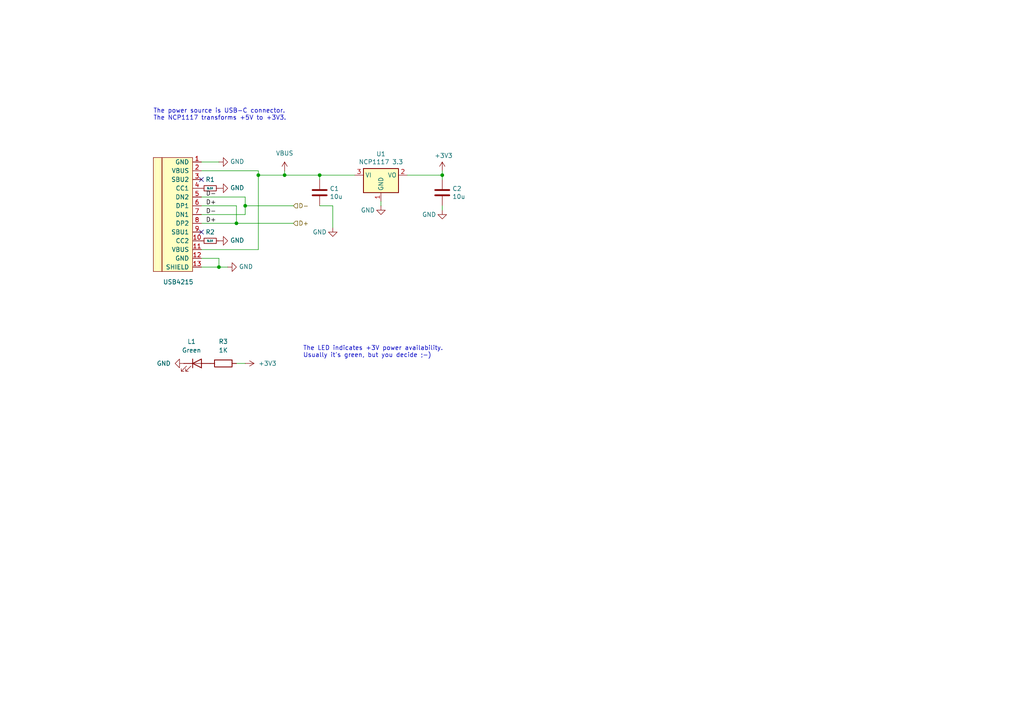
<source format=kicad_sch>
(kicad_sch (version 20250114) (generator "eeschema") (generator_version "9.0")
  (paper "A4")
  (title_block (title "FRANK M1") (date "2025-03-16") (rev "1.15") (company "Mikhail Matveev") (comment 1 "https://github.com/xtremespb/frank"))
  (lib_symbols
    (symbol "+3V3_1" (power) (pin_numbers (hide yes)) (pin_names (offset 0) (hide yes))
      (property "Value" "+3V3" (at 0 3.556 0))
      (symbol "+3V3_1_0_1"
        (polyline (pts (xy -0.762 1.27) (xy 0 2.54)))
        (polyline (pts (xy 0 2.54) (xy 0.762 1.27)))
        (polyline (pts (xy 0 0) (xy 0 2.54)))
      )
      (symbol "+3V3_1_1_1"
        (pin power_in line (at 0 0 90) (length 0) (name "~") (number "1"))
      )
    )
    (symbol "Device:C" (pin_numbers (hide yes)) (pin_names (offset 0.254))
      (property "Reference" "C" (at 0.635 2.54 0))
      (property "Value" "C" (at 0.635 -2.54 0))
      (symbol "C_0_1"
        (polyline (pts (xy -2.032 0.762) (xy 2.032 0.762)) (stroke (width 0.508)))
        (polyline (pts (xy -2.032 -0.762) (xy 2.032 -0.762)) (stroke (width 0.508)))
      )
      (symbol "C_1_1"
        (pin passive line (at 0 3.81 270) (length 2.794) (name "~") (number "1"))
        (pin passive line (at 0 -3.81 90) (length 2.794) (name "~") (number "2"))
      )
    )
    (symbol "Device:LED" (pin_numbers (hide yes)) (pin_names (offset 1.016) (hide yes))
      (property "Reference" "D" (at 0 2.54 0))
      (property "Value" "LED" (at 0 -2.54 0))
      (symbol "LED_0_1"
        (polyline (pts (xy -3.048 -0.762) (xy -4.572 -2.286) (xy -3.81 -2.286) (xy -4.572 -2.286) (xy -4.572 -1.524)))
        (polyline (pts (xy -1.778 -0.762) (xy -3.302 -2.286) (xy -2.54 -2.286) (xy -3.302 -2.286) (xy -3.302 -1.524)))
        (polyline (pts (xy -1.27 0) (xy 1.27 0)))
        (polyline (pts (xy -1.27 -1.27) (xy -1.27 1.27)) (stroke (width 0.254)))
        (polyline (pts (xy 1.27 -1.27) (xy 1.27 1.27) (xy -1.27 0) (xy 1.27 -1.27)) (stroke (width 0.254)))
      )
      (symbol "LED_1_1"
        (pin passive line (at -3.81 0 0) (length 2.54) (name "K") (number "1"))
        (pin passive line (at 3.81 0 180) (length 2.54) (name "A") (number "2"))
      )
    )
    (symbol "Device:R" (pin_numbers (hide yes)) (pin_names (offset 0))
      (property "Reference" "R" (at 2.032 0 90))
      (property "Value" "R" (at 0 0 90))
      (symbol "R_0_1"
        (rectangle (start -1.016 -2.54) (end 1.016 2.54) (stroke (width 0.254)))
      )
      (symbol "R_1_1"
        (pin passive line (at 0 3.81 270) (length 1.27) (name "~") (number "1"))
        (pin passive line (at 0 -3.81 90) (length 1.27) (name "~") (number "2"))
      )
    )
    (symbol "Device:R_Small" (pin_numbers (hide yes)) (pin_names (offset 0.254) (hide yes))
      (property "Reference" "R" (at 0.762 0.508 0))
      (property "Value" "R_Small" (at 0.762 -1.016 0))
      (symbol "R_Small_0_1"
        (rectangle (start -0.762 1.778) (end 0.762 -1.778) (stroke (width 0.2032)))
      )
      (symbol "R_Small_1_1"
        (pin passive line (at 0 2.54 270) (length 0.762) (name "~") (number "1"))
        (pin passive line (at 0 -2.54 90) (length 0.762) (name "~") (number "2"))
      )
    )
    (symbol "FRANK:USB-C" (pin_names (offset 1.016))
      (property "Value" "USB Type C" (at 0.254 -20.828 0))
      (symbol "USB-C_0_1"
        (rectangle (start -11.43 15.24) (end -8.89 -17.78) (fill (type background)))
        (rectangle (start 0 -17.78) (end -8.89 15.24) (fill (type background)))
      )
      (symbol "USB-C_1_1"
        (pin input line (at 2.54 13.97 180) (length 2.54) (name "GND") (number "1"))
        (pin input line (at 2.54 11.43 180) (length 2.54) (name "VBUS") (number "2"))
        (pin input line (at 2.54 8.89 180) (length 2.54) (name "SBU2") (number "3"))
        (pin input line (at 2.54 6.35 180) (length 2.54) (name "CC1") (number "4"))
        (pin input line (at 2.54 3.81 180) (length 2.54) (name "DN2") (number "5"))
        (pin input line (at 2.54 1.27 180) (length 2.54) (name "DP1") (number "6"))
        (pin input line (at 2.54 -1.27 180) (length 2.54) (name "DN1") (number "7"))
        (pin input line (at 2.54 -3.81 180) (length 2.54) (name "DP2") (number "8"))
        (pin input line (at 2.54 -6.35 180) (length 2.54) (name "SBU1") (number "9"))
        (pin input line (at 2.54 -8.89 180) (length 2.54) (name "CC2") (number "10"))
        (pin input line (at 2.54 -11.43 180) (length 2.54) (name "VBUS") (number "11"))
        (pin input line (at 2.54 -13.97 180) (length 2.54) (name "GND") (number "12"))
        (pin input line (at 2.54 -16.51 180) (length 2.54) (name "SHIELD") (number "13"))
      )
    )
    (symbol "GND_1" (power) (pin_numbers (hide yes)) (pin_names (offset 0) (hide yes))
      (property "Value" "GND" (at 0 -3.81 0))
      (symbol "GND_1_0_1"
        (polyline (pts (xy 0 0) (xy 0 -1.27) (xy 1.27 -1.27) (xy 0 -2.54) (xy -1.27 -1.27) (xy 0 -1.27)))
      )
      (symbol "GND_1_1_1"
        (pin power_in line (at 0 0 270) (length 0) (name "~") (number "1"))
      )
    )
    (symbol "GND_2" (power) (pin_numbers (hide yes)) (pin_names (offset 0) (hide yes))
      (property "Value" "GND" (at 0 -3.81 0))
      (symbol "GND_2_0_1"
        (polyline (pts (xy 0 0) (xy 0 -1.27) (xy 1.27 -1.27) (xy 0 -2.54) (xy -1.27 -1.27) (xy 0 -1.27)))
      )
      (symbol "GND_2_1_1"
        (pin power_in line (at 0 0 270) (length 0) (name "~") (number "1"))
      )
    )
    (symbol "GND_3" (power) (pin_numbers (hide yes)) (pin_names (offset 0) (hide yes))
      (property "Value" "GND" (at 0 -3.81 0))
      (symbol "GND_3_0_1"
        (polyline (pts (xy 0 0) (xy 0 -1.27) (xy 1.27 -1.27) (xy 0 -2.54) (xy -1.27 -1.27) (xy 0 -1.27)))
      )
      (symbol "GND_3_1_1"
        (pin power_in line (at 0 0 270) (length 0) (name "~") (number "1"))
      )
    )
    (symbol "GND_4" (power) (pin_numbers (hide yes)) (pin_names (offset 0) (hide yes))
      (property "Value" "GND" (at 0 -3.81 0))
      (symbol "GND_4_0_1"
        (polyline (pts (xy 0 0) (xy 0 -1.27) (xy 1.27 -1.27) (xy 0 -2.54) (xy -1.27 -1.27) (xy 0 -1.27)))
      )
      (symbol "GND_4_1_1"
        (pin power_in line (at 0 0 270) (length 0) (name "~") (number "1"))
      )
    )
    (symbol "GND_5" (power) (pin_numbers (hide yes)) (pin_names (offset 0) (hide yes))
      (property "Value" "GND" (at 0 -3.81 0))
      (symbol "GND_5_0_1"
        (polyline (pts (xy 0 0) (xy 0 -1.27) (xy 1.27 -1.27) (xy 0 -2.54) (xy -1.27 -1.27) (xy 0 -1.27)))
      )
      (symbol "GND_5_1_1"
        (pin power_in line (at 0 0 270) (length 0) (name "~") (number "1"))
      )
    )
    (symbol "GND_6" (power) (pin_numbers (hide yes)) (pin_names (offset 0) (hide yes))
      (property "Value" "GND" (at 0 -3.81 0))
      (symbol "GND_6_0_1"
        (polyline (pts (xy 0 0) (xy 0 -1.27) (xy 1.27 -1.27) (xy 0 -2.54) (xy -1.27 -1.27) (xy 0 -1.27)))
      )
      (symbol "GND_6_1_1"
        (pin power_in line (at 0 0 270) (length 0) (name "~") (number "1"))
      )
    )
    (symbol "GND_7" (power) (pin_numbers (hide yes)) (pin_names (offset 0) (hide yes))
      (property "Value" "GND" (at 0 -3.81 0))
      (symbol "GND_7_0_1"
        (polyline (pts (xy 0 0) (xy 0 -1.27) (xy 1.27 -1.27) (xy 0 -2.54) (xy -1.27 -1.27) (xy 0 -1.27)))
      )
      (symbol "GND_7_1_1"
        (pin power_in line (at 0 0 270) (length 0) (name "~") (number "1"))
      )
    )
    (symbol "Regulator_Linear:NCP1117-3.3_SOT223"
      (property "Reference" "U" (at -3.81 3.175 0))
      (property "Value" "NCP1117-3.3_SOT223" (at 0 3.175 0))
      (symbol "NCP1117-3.3_SOT223_0_1"
        (rectangle (start -5.08 -5.08) (end 5.08 1.905) (stroke (width 0.254)) (fill (type background)))
      )
      (symbol "NCP1117-3.3_SOT223_1_1"
        (pin power_in line (at -7.62 0 0) (length 2.54) (name "VI") (number "3"))
        (pin power_in line (at 0 -7.62 90) (length 2.54) (name "GND") (number "1"))
        (pin power_out line (at 7.62 0 180) (length 2.54) (name "VO") (number "2"))
      )
    )
    (symbol "power:+3V3" (power) (pin_numbers (hide yes)) (pin_names (offset 0) (hide yes))
      (property "Value" "+3V3" (at 0 3.556 0))
      (symbol "+3V3_0_1"
        (polyline (pts (xy -0.762 1.27) (xy 0 2.54)))
        (polyline (pts (xy 0 2.54) (xy 0.762 1.27)))
        (polyline (pts (xy 0 0) (xy 0 2.54)))
      )
      (symbol "+3V3_1_1"
        (pin power_in line (at 0 0 90) (length 0) (name "~") (number "1"))
      )
    )
    (symbol "power:GND" (power) (pin_numbers (hide yes)) (pin_names (offset 0) (hide yes))
      (property "Value" "GND" (at 0 -3.81 0))
      (symbol "GND_0_1"
        (polyline (pts (xy 0 0) (xy 0 -1.27) (xy 1.27 -1.27) (xy 0 -2.54) (xy -1.27 -1.27) (xy 0 -1.27)))
      )
      (symbol "GND_1_1"
        (pin power_in line (at 0 0 270) (length 0) (name "~") (number "1"))
      )
    )
    (symbol "power:VBUS" (power) (pin_numbers (hide yes)) (pin_names (offset 0) (hide yes))
      (property "Value" "VBUS" (at 0 3.556 0))
      (symbol "VBUS_0_1"
        (polyline (pts (xy -0.762 1.27) (xy 0 2.54)))
        (polyline (pts (xy 0 2.54) (xy 0.762 1.27)))
        (polyline (pts (xy 0 0) (xy 0 2.54)))
      )
      (symbol "VBUS_1_1"
        (pin power_in line (at 0 0 90) (length 0) (name "~") (number "1"))
      )
    )
  )
  (text "The LED indicates +3V power availability.\nUsually it's green, but you decide ;-)" (at 87.884 102.108 0) (effects (font (size 1.27 1.27)) (justify left)))
  (text "The power source is USB-C connector.\nThe NCP1117 transforms +5V to +3V3." (at 44.45 33.274 0) (effects (font (size 1.27 1.27)) (justify left)))
  (junction (at 74.93 50.8))
  (junction (at 68.58 64.77))
  (junction (at 82.55 50.8))
  (junction (at 92.71 50.8))
  (junction (at 63.5 77.47))
  (junction (at 128.27 50.8))
  (junction (at 71.12 59.69))
  (no_connect (at 58.42 67.31))
  (no_connect (at 58.42 52.07))
  (wire (pts (xy 58.42 49.53) (xy 74.93 49.53)))
  (wire (pts (xy 58.42 59.69) (xy 68.58 59.69)))
  (wire (pts (xy 82.55 50.8) (xy 92.71 50.8)))
  (wire (pts (xy 102.87 50.8) (xy 92.71 50.8)))
  (wire (pts (xy 128.27 50.8) (xy 128.27 49.53)))
  (wire (pts (xy 63.5 77.47) (xy 66.04 77.47)))
  (wire (pts (xy 82.55 49.53) (xy 82.55 50.8)))
  (wire (pts (xy 63.5 74.93) (xy 63.5 77.47)))
  (wire (pts (xy 74.93 72.39) (xy 58.42 72.39)))
  (wire (pts (xy 92.71 52.07) (xy 92.71 50.8)))
  (wire (pts (xy 128.27 52.07) (xy 128.27 50.8)))
  (wire (pts (xy 96.52 59.69) (xy 92.71 59.69)))
  (wire (pts (xy 118.11 50.8) (xy 128.27 50.8)))
  (wire (pts (xy 58.42 57.15) (xy 71.12 57.15)))
  (wire (pts (xy 58.42 62.23) (xy 71.12 62.23)))
  (wire (pts (xy 71.12 59.69) (xy 85.09 59.69)))
  (wire (pts (xy 74.93 50.8) (xy 74.93 72.39)))
  (wire (pts (xy 74.93 49.53) (xy 74.93 50.8)))
  (wire (pts (xy 71.12 59.69) (xy 71.12 62.23)))
  (wire (pts (xy 58.42 46.99) (xy 63.5 46.99)))
  (wire (pts (xy 128.27 59.69) (xy 128.27 60.96)))
  (wire (pts (xy 58.42 77.47) (xy 63.5 77.47)))
  (wire (pts (xy 58.42 64.77) (xy 68.58 64.77)))
  (wire (pts (xy 96.52 59.69) (xy 96.52 66.04)))
  (wire (pts (xy 58.42 74.93) (xy 63.5 74.93)))
  (wire (pts (xy 71.12 57.15) (xy 71.12 59.69)))
  (wire (pts (xy 68.58 105.41) (xy 71.12 105.41)))
  (wire (pts (xy 74.93 50.8) (xy 82.55 50.8)))
  (wire (pts (xy 110.49 58.42) (xy 110.49 59.69)))
  (wire (pts (xy 68.58 64.77) (xy 85.09 64.77)))
  (wire (pts (xy 68.58 59.69) (xy 68.58 64.77)))
  (label "D-" (at 59.69 62.23 0))
  (label "D+" (at 59.69 64.77 0))
  (label "D-" (at 59.69 57.15 0))
  (label "D+" (at 59.69 59.69 0))
  (hierarchical_label "D-" (shape input) (at 85.09 59.69 0))
  (hierarchical_label "D+" (shape input) (at 85.09 64.77 0))
  (symbol (lib_name "GND_3") (lib_id "power:GND") (at 96.52 66.04 0) (unit 1)
    (property "Reference" "#PWR012" (effects (hide yes)))
    (property "Value" "GND" (at 92.71 67.31 0))
    (property "Description" "Power symbol creates a global label with name \"GND\" , ground" (effects (hide yes)))
  )
  (symbol (lib_id "power:VBUS") (at 82.55 49.53 0) (unit 1)
    (property "Reference" "#PWR07" (effects (hide yes)))
    (property "Value" "VBUS" (at 82.55 44.45 0))
    (property "Description" "Power symbol creates a global label with name \"VBUS\"" (effects (hide yes)))
  )
  (symbol (lib_name "GND_5") (lib_id "power:GND") (at 63.5 69.85 90) (unit 1)
    (property "Reference" "#PWR013" (effects (hide yes)))
    (property "Value" "GND" (at 66.7512 69.723 90) (effects (justify right)))
    (property "Description" "Power symbol creates a global label with name \"GND\" , ground" (effects (hide yes)))
  )
  (symbol (lib_name "GND_2") (lib_id "power:GND") (at 53.34 105.41 270) (unit 1)
    (property "Reference" "#PWR015" (effects (hide yes)))
    (property "Value" "GND" (at 49.53 105.4099 90) (effects (justify right)))
    (property "Description" "Power symbol creates a global label with name \"GND\" , ground" (effects (hide yes)))
  )
  (symbol (lib_id "Device:LED") (at 57.15 105.41 0) (unit 1)
    (property "Reference" "L1" (at 55.5625 99.06 0))
    (property "Value" "Green" (at 55.5625 101.6 0))
    (property "Footprint" "FRANK:LED (0805)" (effects (hide yes)))
    (property "Description" "Light emitting diode" (effects (hide yes)))
    (property "AliExpress" "https://www.aliexpress.com/item/1005005975741298.html" (effects (hide yes)))
    (property "Sim.Pins" "1=K 2=A" (effects (hide yes)))
  )
  (symbol (lib_id "Regulator_Linear:NCP1117-3.3_SOT223") (at 110.49 50.8 0) (unit 1)
    (property "Reference" "U1" (at 110.49 44.6532 0))
    (property "Value" "NCP1117 3.3" (at 110.49 46.9646 0))
    (property "Footprint" "FRANK:SOT-223" (effects (hide yes)))
    (property "Datasheet" "http://www.onsemi.com/pub_link/Collateral/NCP1117-D.PDF" (effects (hide yes)))
    (property "AliExpress" "https://www.aliexpress.com/item/1005005802338707.html" (effects (hide yes)))
  )
  (symbol (lib_id "Device:C") (at 128.27 55.88 0) (unit 1)
    (property "Reference" "C2" (at 131.191 54.7116 0) (effects (justify left)))
    (property "Value" "10u" (at 131.191 57.023 0) (effects (justify left)))
    (property "Footprint" "FRANK:Capacitor (0805)" (effects (hide yes)))
    (property "Datasheet" "https://eu.mouser.com/datasheet/2/40/KGM_X7R-3223212.pdf" (effects (hide yes)))
    (property "AliExpress" "https://www.aliexpress.com/item/33008008276.html" (effects (hide yes)))
  )
  (symbol (lib_id "FRANK:USB-C") (at 55.88 60.96 0) (unit 1)
    (property "Reference" "USB1" (effects (hide yes)))
    (property "Value" "USB4215" (at 56.134 81.788 0) (effects (justify right)))
    (property "Footprint" "FRANK:USB Type C" (effects (hide yes)))
    (property "Datasheet" "https://eu.mouser.com/datasheet/2/837/usb4215-3472997.pdf" (effects (hide yes)))
    (property "LCSC" "C165948" (effects (hide yes)))
    (property "AliExpress" "https://www.aliexpress.com/item/1005005500797563.html" (effects (hide yes)))
  )
  (symbol (lib_id "Device:C") (at 92.71 55.88 0) (unit 1)
    (property "Reference" "C1" (at 95.631 54.7116 0) (effects (justify left)))
    (property "Value" "10u" (at 95.631 57.023 0) (effects (justify left)))
    (property "Footprint" "FRANK:Capacitor (0805)" (effects (hide yes)))
    (property "Datasheet" "https://eu.mouser.com/datasheet/2/40/KGM_X7R-3223212.pdf" (effects (hide yes)))
    (property "AliExpress" "https://www.aliexpress.com/item/33008008276.html" (effects (hide yes)))
  )
  (symbol (lib_id "Device:R") (at 64.77 105.41 90) (unit 1)
    (property "Reference" "R3" (at 64.77 99.06 90))
    (property "Value" "1K" (at 64.77 101.6 90))
    (property "Footprint" "FRANK:Resistor (0805)" (effects (hide yes)))
    (property "Datasheet" "https://www.vishay.com/docs/28952/mcs0402at-mct0603at-mcu0805at-mca1206at.pdf" (effects (hide yes)))
    (property "Description" "Resistor" (effects (hide yes)))
    (property "AliExpress" "https://www.aliexpress.com/item/1005005945735199.html" (effects (hide yes)))
  )
  (symbol (lib_id "Device:R_Small") (at 60.96 69.85 270) (unit 1)
    (property "Reference" "R2" (at 60.96 67.31 90))
    (property "Value" "5.1K" (at 60.96 69.85 90) (effects (font (size 0.508 0.508))))
    (property "Footprint" "FRANK:Resistor (0805)" (effects (hide yes)))
    (property "Datasheet" "https://www.vishay.com/docs/28952/mcs0402at-mct0603at-mcu0805at-mca1206at.pdf" (effects (hide yes)))
    (property "LCSC" " " (effects (hide yes)))
    (property "AliExpress" "https://www.aliexpress.com/item/1005005945735199.html" (effects (hide yes)))
  )
  (symbol (lib_name "GND_6") (lib_id "power:GND") (at 63.5 54.61 90) (unit 1)
    (property "Reference" "#PWR09" (effects (hide yes)))
    (property "Value" "GND" (at 66.7512 54.483 90) (effects (justify right)))
    (property "Description" "Power symbol creates a global label with name \"GND\" , ground" (effects (hide yes)))
  )
  (symbol (lib_name "GND_1") (lib_id "power:GND") (at 128.27 60.96 0) (unit 1)
    (property "Reference" "#PWR011" (effects (hide yes)))
    (property "Value" "GND" (at 124.46 62.23 0))
    (property "Description" "Power symbol creates a global label with name \"GND\" , ground" (effects (hide yes)))
  )
  (symbol (lib_id "power:+3V3") (at 128.27 49.53 0) (unit 1)
    (property "Reference" "#PWR08" (effects (hide yes)))
    (property "Value" "+3V3" (at 128.651 45.1358 0))
    (property "Description" "Power symbol creates a global label with name \"+3V3\"" (effects (hide yes)))
  )
  (symbol (lib_id "Device:R_Small") (at 60.96 54.61 270) (unit 1)
    (property "Reference" "R1" (at 60.96 52.07 90))
    (property "Value" "5.1K" (at 60.96 54.61 90) (effects (font (size 0.508 0.508))))
    (property "Footprint" "FRANK:Resistor (0805)" (effects (hide yes)))
    (property "Datasheet" "https://www.vishay.com/docs/28952/mcs0402at-mct0603at-mcu0805at-mca1206at.pdf" (effects (hide yes)))
    (property "LCSC" " " (effects (hide yes)))
    (property "AliExpress" "https://www.aliexpress.com/item/1005005945735199.html" (effects (hide yes)))
  )
  (symbol (lib_id "power:GND") (at 63.5 46.99 90) (unit 1)
    (property "Reference" "#PWR06" (effects (hide yes)))
    (property "Value" "GND" (at 66.7512 46.863 90) (effects (justify right)))
    (property "Description" "Power symbol creates a global label with name \"GND\" , ground" (effects (hide yes)))
  )
  (symbol (lib_name "GND_7") (lib_id "power:GND") (at 66.04 77.47 90) (unit 1)
    (property "Reference" "#PWR014" (effects (hide yes)))
    (property "Value" "GND" (at 69.2912 77.343 90) (effects (justify right)))
    (property "Description" "Power symbol creates a global label with name \"GND\" , ground" (effects (hide yes)))
  )
  (symbol (lib_name "+3V3_1") (lib_id "power:+3V3") (at 71.12 105.41 270) (unit 1)
    (property "Reference" "#PWR016" (effects (hide yes)))
    (property "Value" "+3V3" (at 74.93 105.4099 90) (effects (justify left)))
    (property "Description" "Power symbol creates a global label with name \"+3V3\"" (effects (hide yes)))
  )
  (symbol (lib_name "GND_4") (lib_id "power:GND") (at 110.49 59.69 0) (unit 1)
    (property "Reference" "#PWR010" (effects (hide yes)))
    (property "Value" "GND" (at 106.68 60.96 0))
    (property "Description" "Power symbol creates a global label with name \"GND\" , ground" (effects (hide yes)))
  )
)
</source>
